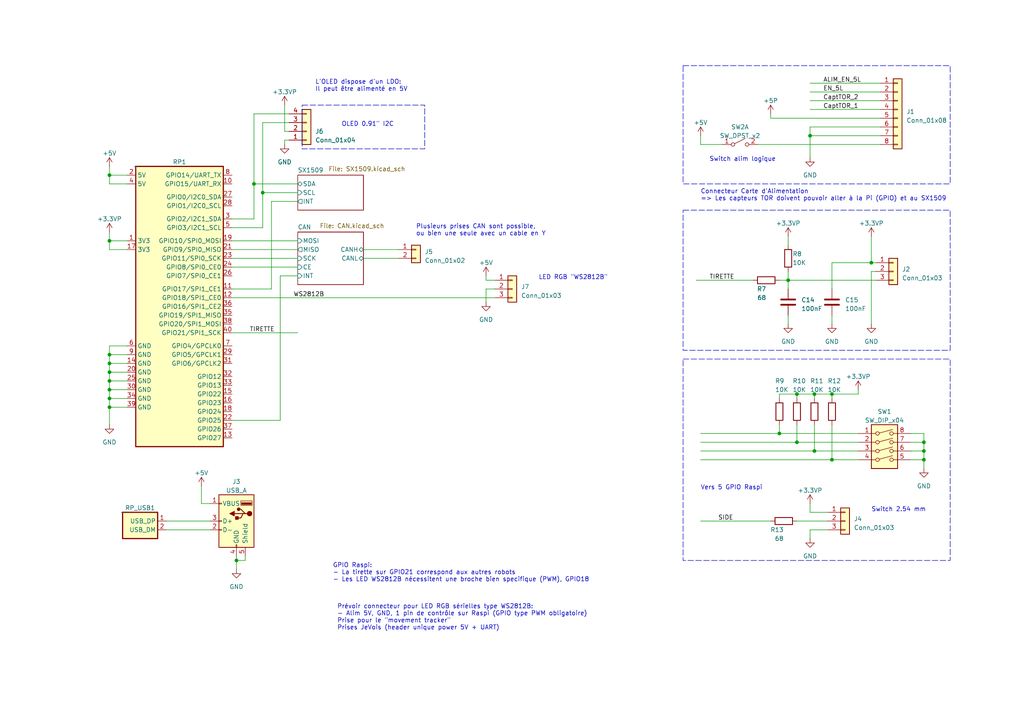
<source format=kicad_sch>
(kicad_sch (version 20230121) (generator eeschema)
  (paper "A4")
  (lib_symbols
    (symbol "Connector:USB_A" (pin_names (offset 1.016))
      (property "Reference" "J" (at -5.08 11.43 0))
      (property "Value" "USB_A" (at -5.08 8.89 0))
      (symbol "USB_A_0_1"
        (rectangle (start -5.08 -7.62) (end 5.08 7.62) (stroke (width 0.254)) (fill (type background)))
        (circle (center -3.81 2.159) (radius 0.635) (stroke (width 0.254)) (fill (type outline)))
        (rectangle (start -1.524 4.826) (end -4.318 5.334) (fill (type outline)))
        (rectangle (start -1.27 4.572) (end -4.572 5.842))
        (circle (center -0.635 3.429) (radius 0.381) (stroke (width 0.254)) (fill (type outline)))
        (rectangle (start -0.127 -7.62) (end 0.127 -6.858))
        (polyline (pts (xy -3.175 2.159) (xy -2.54 2.159) (xy -1.27 3.429) (xy -0.635 3.429)) (stroke (width 0.254)))
        (polyline (pts (xy -2.54 2.159) (xy -1.905 2.159) (xy -1.27 0.889) (xy 0 0.889)) (stroke (width 0.254)))
        (polyline (pts (xy 0.635 2.794) (xy 0.635 1.524) (xy 1.905 2.159) (xy 0.635 2.794)) (stroke (width 0.254)) (fill (type outline)))
        (rectangle (start 0.254 1.27) (end -0.508 0.508) (stroke (width 0.254)) (fill (type outline)))
        (rectangle (start 5.08 -2.667) (end 4.318 -2.413))
        (rectangle (start 5.08 -0.127) (end 4.318 0.127))
        (rectangle (start 5.08 4.953) (end 4.318 5.207))
      )
      (symbol "USB_A_1_1"
        (polyline (pts (xy -1.905 2.159) (xy 0.635 2.159)) (stroke (width 0.254)))
        (pin power_in line (at 7.62 5.08 180) (length 2.54) (name "VBUS") (number "1"))
        (pin bidirectional line (at 7.62 -2.54 180) (length 2.54) (name "D-") (number "2"))
        (pin bidirectional line (at 7.62 0 180) (length 2.54) (name "D+") (number "3"))
        (pin power_in line (at 0 -10.16 90) (length 2.54) (name "GND") (number "4"))
        (pin passive line (at -2.54 -10.16 90) (length 2.54) (name "Shield") (number "5"))
      )
    )
    (symbol "Connector_Generic:Conn_01x02" (pin_names (offset 1.016) hide)
      (property "Reference" "J" (at 0 2.54 0))
      (property "Value" "Conn_01x02" (at 0 -5.08 0))
      (symbol "Conn_01x02_1_1"
        (rectangle (start -1.27 -2.413) (end 0 -2.667) (stroke (width 0.1524)))
        (rectangle (start -1.27 0.127) (end 0 -0.127) (stroke (width 0.1524)))
        (rectangle (start -1.27 1.27) (end 1.27 -3.81) (stroke (width 0.254)) (fill (type background)))
        (pin passive line (at -5.08 0 0) (length 3.81) (name "Pin_1") (number "1"))
        (pin passive line (at -5.08 -2.54 0) (length 3.81) (name "Pin_2") (number "2"))
      )
    )
    (symbol "Connector_Generic:Conn_01x03" (pin_names (offset 1.016) hide)
      (property "Reference" "J" (at 0 5.08 0))
      (property "Value" "Conn_01x03" (at 0 -5.08 0))
      (symbol "Conn_01x03_1_1"
        (rectangle (start -1.27 -2.413) (end 0 -2.667) (stroke (width 0.1524)))
        (rectangle (start -1.27 0.127) (end 0 -0.127) (stroke (width 0.1524)))
        (rectangle (start -1.27 2.667) (end 0 2.413) (stroke (width 0.1524)))
        (rectangle (start -1.27 3.81) (end 1.27 -3.81) (stroke (width 0.254)) (fill (type background)))
        (pin passive line (at -5.08 2.54 0) (length 3.81) (name "Pin_1") (number "1"))
        (pin passive line (at -5.08 0 0) (length 3.81) (name "Pin_2") (number "2"))
        (pin passive line (at -5.08 -2.54 0) (length 3.81) (name "Pin_3") (number "3"))
      )
    )
    (symbol "Connector_Generic:Conn_01x04" (pin_names (offset 1.016) hide)
      (property "Reference" "J" (at 0 5.08 0))
      (property "Value" "Conn_01x04" (at 0 -7.62 0))
      (symbol "Conn_01x04_1_1"
        (rectangle (start -1.27 -4.953) (end 0 -5.207) (stroke (width 0.1524)))
        (rectangle (start -1.27 -2.413) (end 0 -2.667) (stroke (width 0.1524)))
        (rectangle (start -1.27 0.127) (end 0 -0.127) (stroke (width 0.1524)))
        (rectangle (start -1.27 2.667) (end 0 2.413) (stroke (width 0.1524)))
        (rectangle (start -1.27 3.81) (end 1.27 -6.35) (stroke (width 0.254)) (fill (type background)))
        (pin passive line (at -5.08 2.54 0) (length 3.81) (name "Pin_1") (number "1"))
        (pin passive line (at -5.08 0 0) (length 3.81) (name "Pin_2") (number "2"))
        (pin passive line (at -5.08 -2.54 0) (length 3.81) (name "Pin_3") (number "3"))
        (pin passive line (at -5.08 -5.08 0) (length 3.81) (name "Pin_4") (number "4"))
      )
    )
    (symbol "Connector_Generic:Conn_01x08" (pin_names (offset 1.016) hide)
      (property "Reference" "J" (at 0 10.16 0))
      (property "Value" "Conn_01x08" (at 0 -12.7 0))
      (symbol "Conn_01x08_1_1"
        (rectangle (start -1.27 -10.033) (end 0 -10.287) (stroke (width 0.1524)))
        (rectangle (start -1.27 -7.493) (end 0 -7.747) (stroke (width 0.1524)))
        (rectangle (start -1.27 -4.953) (end 0 -5.207) (stroke (width 0.1524)))
        (rectangle (start -1.27 -2.413) (end 0 -2.667) (stroke (width 0.1524)))
        (rectangle (start -1.27 0.127) (end 0 -0.127) (stroke (width 0.1524)))
        (rectangle (start -1.27 2.667) (end 0 2.413) (stroke (width 0.1524)))
        (rectangle (start -1.27 5.207) (end 0 4.953) (stroke (width 0.1524)))
        (rectangle (start -1.27 7.747) (end 0 7.493) (stroke (width 0.1524)))
        (rectangle (start -1.27 8.89) (end 1.27 -11.43) (stroke (width 0.254)) (fill (type background)))
        (pin passive line (at -5.08 7.62 0) (length 3.81) (name "Pin_1") (number "1"))
        (pin passive line (at -5.08 5.08 0) (length 3.81) (name "Pin_2") (number "2"))
        (pin passive line (at -5.08 2.54 0) (length 3.81) (name "Pin_3") (number "3"))
        (pin passive line (at -5.08 0 0) (length 3.81) (name "Pin_4") (number "4"))
        (pin passive line (at -5.08 -2.54 0) (length 3.81) (name "Pin_5") (number "5"))
        (pin passive line (at -5.08 -5.08 0) (length 3.81) (name "Pin_6") (number "6"))
        (pin passive line (at -5.08 -7.62 0) (length 3.81) (name "Pin_7") (number "7"))
        (pin passive line (at -5.08 -10.16 0) (length 3.81) (name "Pin_8") (number "8"))
      )
    )
    (symbol "Device:C" (pin_numbers hide) (pin_names (offset 0.254))
      (property "Reference" "C" (at 0.635 2.54 0))
      (property "Value" "C" (at 0.635 -2.54 0))
      (symbol "C_0_1"
        (polyline (pts (xy -2.032 -0.762) (xy 2.032 -0.762)) (stroke (width 0.508)))
        (polyline (pts (xy -2.032 0.762) (xy 2.032 0.762)) (stroke (width 0.508)))
      )
      (symbol "C_1_1"
        (pin passive line (at 0 3.81 270) (length 2.794) (name "~") (number "1"))
        (pin passive line (at 0 -3.81 90) (length 2.794) (name "~") (number "2"))
      )
    )
    (symbol "Device:R" (pin_numbers hide) (pin_names (offset 0))
      (property "Reference" "R" (at 2.032 0 90))
      (property "Value" "R" (at 0 0 90))
      (symbol "R_0_1"
        (rectangle (start -1.016 -2.54) (end 1.016 2.54) (stroke (width 0.254)))
      )
      (symbol "R_1_1"
        (pin passive line (at 0 3.81 270) (length 1.27) (name "~") (number "1"))
        (pin passive line (at 0 -3.81 90) (length 1.27) (name "~") (number "2"))
      )
    )
    (symbol "Nefastor:Raspberry_Pi_GPIO"
      (property "Reference" "RP" (at 1.27 1.27 0))
      (symbol "Raspberry_Pi_GPIO_1_1"
        (rectangle (start 0 0) (end 25.4 -81.28) (stroke (width 0.35)) (fill (type background)))
        (pin power_in line (at -2.54 -21.59 0) (length 2.54) (name "3V3") (number "1"))
        (pin unspecified line (at 27.94 -5.08 180) (length 2.54) (name "GPIO15/UART_RX") (number "10"))
        (pin unspecified line (at 27.94 -35.56 180) (length 2.54) (name "GPIO17/SPI1_CE1") (number "11"))
        (pin unspecified line (at 27.94 -38.1 180) (length 2.54) (name "GPIO18/SPI1_CE0") (number "12"))
        (pin unspecified line (at 27.94 -78.74 180) (length 2.54) (name "GPIO27") (number "13"))
        (pin power_in line (at -2.54 -57.15 0) (length 2.54) (name "GND") (number "14"))
        (pin unspecified line (at 27.94 -66.04 180) (length 2.54) (name "GPIO22") (number "15"))
        (pin unspecified line (at 27.94 -68.58 180) (length 2.54) (name "GPIO23") (number "16"))
        (pin power_in line (at -2.54 -24.13 0) (length 2.54) (name "3V3") (number "17"))
        (pin unspecified line (at 27.94 -71.12 180) (length 2.54) (name "GPIO24") (number "18"))
        (pin unspecified line (at 27.94 -21.59 180) (length 2.54) (name "GPIO10/SPI0_MOSI") (number "19"))
        (pin power_in line (at -2.54 -2.54 0) (length 2.54) (name "5V") (number "2"))
        (pin power_in line (at -2.54 -59.69 0) (length 2.54) (name "GND") (number "20"))
        (pin unspecified line (at 27.94 -24.13 180) (length 2.54) (name "GPIO9/SPI0_MISO") (number "21"))
        (pin unspecified line (at 27.94 -73.66 180) (length 2.54) (name "GPIO25") (number "22"))
        (pin unspecified line (at 27.94 -26.67 180) (length 2.54) (name "GPIO11/SPI0_SCK") (number "23"))
        (pin unspecified line (at 27.94 -29.21 180) (length 2.54) (name "GPIO8/SPI0_CE0") (number "24"))
        (pin power_in line (at -2.54 -62.23 0) (length 2.54) (name "GND") (number "25"))
        (pin unspecified line (at 27.94 -31.75 180) (length 2.54) (name "GPIO7/SPI0_CE1") (number "26"))
        (pin unspecified line (at 27.94 -8.89 180) (length 2.54) (name "GPIO0/I2C0_SDA") (number "27"))
        (pin unspecified line (at 27.94 -11.43 180) (length 2.54) (name "GPIO1/I2C0_SCL") (number "28"))
        (pin unspecified line (at 27.94 -54.61 180) (length 2.54) (name "GPIO5/GPCLK1") (number "29"))
        (pin unspecified line (at 27.94 -15.24 180) (length 2.54) (name "GPIO2/I2C1_SDA") (number "3"))
        (pin power_in line (at -2.54 -64.77 0) (length 2.54) (name "GND") (number "30"))
        (pin unspecified line (at 27.94 -57.15 180) (length 2.54) (name "GPIO6/GPCLK2") (number "31"))
        (pin unspecified line (at 27.94 -60.96 180) (length 2.54) (name "GPIO12") (number "32"))
        (pin unspecified line (at 27.94 -63.5 180) (length 2.54) (name "GPIO13") (number "33"))
        (pin power_in line (at -2.54 -67.31 0) (length 2.54) (name "GND") (number "34"))
        (pin unspecified line (at 27.94 -43.18 180) (length 2.54) (name "GPIO19/SPI1_MISO") (number "35"))
        (pin unspecified line (at 27.94 -40.64 180) (length 2.54) (name "GPIO16/SPI1_CE2") (number "36"))
        (pin unspecified line (at 27.94 -76.2 180) (length 2.54) (name "GPIO26") (number "37"))
        (pin unspecified line (at 27.94 -45.72 180) (length 2.54) (name "GPIO20/SPI1_MOSI") (number "38"))
        (pin power_in line (at -2.54 -69.85 0) (length 2.54) (name "GND") (number "39"))
        (pin power_in line (at -2.54 -5.08 0) (length 2.54) (name "5V") (number "4"))
        (pin unspecified line (at 27.94 -48.26 180) (length 2.54) (name "GPIO21/SPI1_SCK") (number "40"))
        (pin unspecified line (at 27.94 -17.78 180) (length 2.54) (name "GPIO3/I2C1_SCL") (number "5"))
        (pin power_in line (at -2.54 -52.07 0) (length 2.54) (name "GND") (number "6"))
        (pin unspecified line (at 27.94 -52.07 180) (length 2.54) (name "GPIO4/GPCLK0") (number "7"))
        (pin unspecified line (at 27.94 -2.54 180) (length 2.54) (name "GPIO14/UART_TX") (number "8"))
        (pin power_in line (at -2.54 -54.61 0) (length 2.54) (name "GND") (number "9"))
      )
    )
    (symbol "Nefastor:Raspberry_Pi_Zero_USB_Pads"
      (property "Reference" "RP_USB" (at 3.81 1.27 0))
      (symbol "Raspberry_Pi_Zero_USB_Pads_1_1"
        (rectangle (start 0 0) (end 10.16 -7.62) (stroke (width 0.35)) (fill (type background)))
        (pin bidirectional line (at 12.7 -2.54 180) (length 2.54) (name "USB_DP") (number "1"))
        (pin bidirectional line (at 12.7 -5.08 180) (length 2.54) (name "USB_DM") (number "2"))
      )
    )
    (symbol "Switch:SW_DIP_x04" (pin_names (offset 0) hide)
      (property "Reference" "SW" (at 0 8.89 0))
      (property "Value" "SW_DIP_x04" (at 0 -6.35 0))
      (symbol "SW_DIP_x04_0_0"
        (circle (center -2.032 -2.54) (radius 0.508))
        (circle (center -2.032 0) (radius 0.508))
        (circle (center -2.032 2.54) (radius 0.508))
        (circle (center -2.032 5.08) (radius 0.508))
        (polyline (pts (xy -1.524 -2.3876) (xy 2.3622 -1.3462)))
        (polyline (pts (xy -1.524 0.127) (xy 2.3622 1.1684)))
        (polyline (pts (xy -1.524 2.667) (xy 2.3622 3.7084)))
        (polyline (pts (xy -1.524 5.207) (xy 2.3622 6.2484)))
        (circle (center 2.032 -2.54) (radius 0.508))
        (circle (center 2.032 0) (radius 0.508))
        (circle (center 2.032 2.54) (radius 0.508))
        (circle (center 2.032 5.08) (radius 0.508))
      )
      (symbol "SW_DIP_x04_0_1"
        (rectangle (start -3.81 7.62) (end 3.81 -5.08) (stroke (width 0.254)) (fill (type background)))
      )
      (symbol "SW_DIP_x04_1_1"
        (pin passive line (at -7.62 5.08 0) (length 5.08) (name "~") (number "1"))
        (pin passive line (at -7.62 2.54 0) (length 5.08) (name "~") (number "2"))
        (pin passive line (at -7.62 0 0) (length 5.08) (name "~") (number "3"))
        (pin passive line (at -7.62 -2.54 0) (length 5.08) (name "~") (number "4"))
        (pin passive line (at 7.62 -2.54 180) (length 5.08) (name "~") (number "5"))
        (pin passive line (at 7.62 0 180) (length 5.08) (name "~") (number "6"))
        (pin passive line (at 7.62 2.54 180) (length 5.08) (name "~") (number "7"))
        (pin passive line (at 7.62 5.08 180) (length 5.08) (name "~") (number "8"))
      )
    )
    (symbol "Switch:SW_DPST_x2" (pin_names (offset 0) hide)
      (property "Reference" "SW" (at 0 3.175 0))
      (property "Value" "SW_DPST_x2" (at 0 -2.54 0))
      (symbol "SW_DPST_x2_0_0"
        (circle (center -2.032 0) (radius 0.508))
        (polyline (pts (xy -1.524 0.254) (xy 1.524 1.778)))
        (circle (center 2.032 0) (radius 0.508))
      )
      (symbol "SW_DPST_x2_1_1"
        (pin passive line (at -5.08 0 0) (length 2.54) (name "A") (number "1"))
        (pin passive line (at 5.08 0 180) (length 2.54) (name "B") (number "2"))
      )
      (symbol "SW_DPST_x2_2_1"
        (pin passive line (at -5.08 0 0) (length 2.54) (name "A") (number "3"))
        (pin passive line (at 5.08 0 180) (length 2.54) (name "B") (number "4"))
      )
    )
    (symbol "power:+3.3VP" (power) (pin_names (offset 0))
      (property "Value" "+3.3VP" (at 0 2.54 0))
      (symbol "+3.3VP_0_0"
        (pin power_in line (at 0 0 90) (length 0) hide (name "+3.3VP") (number "1"))
      )
      (symbol "+3.3VP_0_1"
        (polyline (pts (xy -0.762 1.27) (xy 0 2.54)))
        (polyline (pts (xy 0 0) (xy 0 2.54)))
        (polyline (pts (xy 0 2.54) (xy 0.762 1.27)))
      )
    )
    (symbol "power:+5P" (power) (pin_names (offset 0))
      (property "Value" "+5P" (at 0 3.556 0))
      (symbol "+5P_0_1"
        (polyline (pts (xy -0.762 1.27) (xy 0 2.54)))
        (polyline (pts (xy 0 0) (xy 0 2.54)))
        (polyline (pts (xy 0 2.54) (xy 0.762 1.27)))
      )
      (symbol "+5P_1_1"
        (pin power_in line (at 0 0 90) (length 0) hide (name "+5P") (number "1"))
      )
    )
    (symbol "power:+5V" (power) (pin_names (offset 0))
      (property "Value" "+5V" (at 0 3.556 0))
      (symbol "+5V_0_1"
        (polyline (pts (xy -0.762 1.27) (xy 0 2.54)))
        (polyline (pts (xy 0 0) (xy 0 2.54)))
        (polyline (pts (xy 0 2.54) (xy 0.762 1.27)))
      )
      (symbol "+5V_1_1"
        (pin power_in line (at 0 0 90) (length 0) hide (name "+5V") (number "1"))
      )
    )
    (symbol "power:GND" (power) (pin_names (offset 0))
      (property "Value" "GND" (at 0 -3.81 0))
      (symbol "GND_0_1"
        (polyline (pts (xy 0 0) (xy 0 -1.27) (xy 1.27 -1.27) (xy 0 -2.54) (xy -1.27 -1.27) (xy 0 -1.27)))
      )
      (symbol "GND_1_1"
        (pin power_in line (at 0 0 270) (length 0) hide (name "GND") (number "1"))
      )
    )
  )
  (junction (at 31.75 110.49))
  (junction (at 31.75 107.95))
  (junction (at 31.75 115.57))
  (junction (at 68.58 162.56))
  (junction (at 73.66 53.34))
  (junction (at 236.22 114.3))
  (junction (at 76.2 55.88))
  (junction (at 31.75 50.8))
  (junction (at 31.75 105.41))
  (junction (at 226.06 125.73))
  (junction (at 31.75 113.03))
  (junction (at 252.73 76.2))
  (junction (at 231.14 128.27))
  (junction (at 31.75 69.85))
  (junction (at 267.97 133.35))
  (junction (at 267.97 130.81))
  (junction (at 241.3 114.3))
  (junction (at 267.97 128.27))
  (junction (at 31.75 102.87))
  (junction (at 31.75 118.11))
  (junction (at 228.6 81.28))
  (junction (at 231.14 114.3))
  (junction (at 241.3 133.35))
  (junction (at 234.95 39.37))
  (junction (at 236.22 130.81))
  (wire (pts (xy 234.95 36.83) (xy 234.95 39.37)))
  (wire (pts (xy 231.14 151.13) (xy 240.03 151.13)))
  (wire (pts (xy 226.06 114.3) (xy 231.14 114.3)))
  (wire (pts (xy 73.66 33.02) (xy 73.66 53.34)))
  (wire (pts (xy 71.12 161.29) (xy 71.12 162.56)))
  (wire (pts (xy 31.75 113.03) (xy 36.83 113.03)))
  (wire (pts (xy 234.95 24.13) (xy 255.27 24.13)))
  (wire (pts (xy 264.16 125.73) (xy 267.97 125.73)))
  (wire (pts (xy 105.41 74.93) (xy 115.57 74.93)))
  (wire (pts (xy 255.27 39.37) (xy 234.95 39.37)))
  (wire (pts (xy 31.75 69.85) (xy 36.83 69.85)))
  (wire (pts (xy 82.55 40.64) (xy 82.55 41.91)))
  (wire (pts (xy 76.2 55.88) (xy 86.36 55.88)))
  (wire (pts (xy 67.31 121.92) (xy 81.28 121.92)))
  (wire (pts (xy 31.75 107.95) (xy 36.83 107.95)))
  (wire (pts (xy 143.51 83.82) (xy 140.97 83.82)))
  (wire (pts (xy 203.2 130.81) (xy 236.22 130.81)))
  (wire (pts (xy 67.31 63.5) (xy 73.66 63.5)))
  (wire (pts (xy 36.83 100.33) (xy 31.75 100.33)))
  (wire (pts (xy 264.16 130.81) (xy 267.97 130.81)))
  (wire (pts (xy 267.97 128.27) (xy 267.97 130.81)))
  (wire (pts (xy 254 76.2) (xy 252.73 76.2)))
  (wire (pts (xy 236.22 123.19) (xy 236.22 130.81)))
  (wire (pts (xy 31.75 113.03) (xy 31.75 115.57)))
  (wire (pts (xy 231.14 123.19) (xy 231.14 128.27)))
  (wire (pts (xy 67.31 72.39) (xy 86.36 72.39)))
  (wire (pts (xy 241.3 123.19) (xy 241.3 133.35)))
  (wire (pts (xy 31.75 110.49) (xy 36.83 110.49)))
  (wire (pts (xy 226.06 125.73) (xy 248.92 125.73)))
  (wire (pts (xy 36.83 53.34) (xy 31.75 53.34)))
  (wire (pts (xy 203.2 133.35) (xy 241.3 133.35)))
  (wire (pts (xy 209.55 41.91) (xy 203.2 41.91)))
  (wire (pts (xy 234.95 39.37) (xy 234.95 45.72)))
  (wire (pts (xy 248.92 114.3) (xy 241.3 114.3)))
  (wire (pts (xy 234.95 29.21) (xy 255.27 29.21)))
  (wire (pts (xy 67.31 69.85) (xy 86.36 69.85)))
  (wire (pts (xy 228.6 91.44) (xy 228.6 93.98)))
  (wire (pts (xy 228.6 81.28) (xy 254 81.28)))
  (wire (pts (xy 78.74 58.42) (xy 78.74 83.82)))
  (wire (pts (xy 31.75 50.8) (xy 31.75 48.26)))
  (wire (pts (xy 236.22 114.3) (xy 241.3 114.3)))
  (wire (pts (xy 234.95 148.59) (xy 234.95 146.05)))
  (wire (pts (xy 67.31 96.52) (xy 86.36 96.52)))
  (wire (pts (xy 203.2 125.73) (xy 226.06 125.73)))
  (wire (pts (xy 83.82 40.64) (xy 82.55 40.64)))
  (wire (pts (xy 241.3 83.82) (xy 241.3 76.2)))
  (wire (pts (xy 267.97 133.35) (xy 267.97 135.89)))
  (wire (pts (xy 203.2 41.91) (xy 203.2 39.37)))
  (wire (pts (xy 267.97 130.81) (xy 267.97 133.35)))
  (wire (pts (xy 31.75 50.8) (xy 36.83 50.8)))
  (wire (pts (xy 78.74 83.82) (xy 67.31 83.82)))
  (wire (pts (xy 48.26 153.67) (xy 60.96 153.67)))
  (wire (pts (xy 31.75 107.95) (xy 31.75 110.49)))
  (wire (pts (xy 231.14 114.3) (xy 231.14 115.57)))
  (wire (pts (xy 68.58 161.29) (xy 68.58 162.56)))
  (wire (pts (xy 31.75 69.85) (xy 31.75 67.31)))
  (wire (pts (xy 60.96 146.05) (xy 58.42 146.05)))
  (wire (pts (xy 31.75 105.41) (xy 36.83 105.41)))
  (wire (pts (xy 248.92 113.03) (xy 248.92 114.3)))
  (wire (pts (xy 67.31 86.36) (xy 143.51 86.36)))
  (wire (pts (xy 236.22 114.3) (xy 236.22 115.57)))
  (wire (pts (xy 67.31 66.04) (xy 76.2 66.04)))
  (wire (pts (xy 234.95 153.67) (xy 240.03 153.67)))
  (wire (pts (xy 36.83 72.39) (xy 31.75 72.39)))
  (wire (pts (xy 241.3 91.44) (xy 241.3 93.98)))
  (wire (pts (xy 31.75 102.87) (xy 36.83 102.87)))
  (wire (pts (xy 143.51 81.28) (xy 140.97 81.28)))
  (wire (pts (xy 58.42 140.97) (xy 58.42 146.05)))
  (wire (pts (xy 31.75 102.87) (xy 31.75 105.41)))
  (wire (pts (xy 31.75 105.41) (xy 31.75 107.95)))
  (wire (pts (xy 81.28 80.01) (xy 81.28 121.92)))
  (wire (pts (xy 254 78.74) (xy 252.73 78.74)))
  (wire (pts (xy 226.06 123.19) (xy 226.06 125.73)))
  (wire (pts (xy 267.97 125.73) (xy 267.97 128.27)))
  (wire (pts (xy 228.6 81.28) (xy 228.6 78.74)))
  (wire (pts (xy 228.6 68.58) (xy 228.6 71.12)))
  (wire (pts (xy 31.75 110.49) (xy 31.75 113.03)))
  (wire (pts (xy 83.82 38.1) (xy 82.55 38.1)))
  (wire (pts (xy 234.95 156.21) (xy 234.95 153.67)))
  (wire (pts (xy 203.2 128.27) (xy 231.14 128.27)))
  (wire (pts (xy 241.3 133.35) (xy 248.92 133.35)))
  (wire (pts (xy 76.2 35.56) (xy 76.2 55.88)))
  (wire (pts (xy 231.14 128.27) (xy 248.92 128.27)))
  (wire (pts (xy 264.16 128.27) (xy 267.97 128.27)))
  (wire (pts (xy 226.06 115.57) (xy 226.06 114.3)))
  (wire (pts (xy 236.22 130.81) (xy 248.92 130.81)))
  (wire (pts (xy 201.93 81.28) (xy 218.44 81.28)))
  (wire (pts (xy 73.66 53.34) (xy 73.66 63.5)))
  (wire (pts (xy 83.82 35.56) (xy 76.2 35.56)))
  (wire (pts (xy 231.14 114.3) (xy 236.22 114.3)))
  (wire (pts (xy 31.75 53.34) (xy 31.75 50.8)))
  (wire (pts (xy 255.27 36.83) (xy 234.95 36.83)))
  (wire (pts (xy 234.95 26.67) (xy 255.27 26.67)))
  (wire (pts (xy 31.75 72.39) (xy 31.75 69.85)))
  (wire (pts (xy 73.66 53.34) (xy 86.36 53.34)))
  (wire (pts (xy 140.97 83.82) (xy 140.97 87.63)))
  (wire (pts (xy 48.26 151.13) (xy 60.96 151.13)))
  (wire (pts (xy 140.97 81.28) (xy 140.97 80.01)))
  (wire (pts (xy 234.95 31.75) (xy 255.27 31.75)))
  (wire (pts (xy 252.73 76.2) (xy 252.73 68.58)))
  (wire (pts (xy 228.6 81.28) (xy 228.6 83.82)))
  (wire (pts (xy 82.55 30.48) (xy 82.55 38.1)))
  (wire (pts (xy 241.3 114.3) (xy 241.3 115.57)))
  (wire (pts (xy 226.06 81.28) (xy 228.6 81.28)))
  (wire (pts (xy 76.2 55.88) (xy 76.2 66.04)))
  (wire (pts (xy 31.75 115.57) (xy 31.75 118.11)))
  (wire (pts (xy 86.36 80.01) (xy 81.28 80.01)))
  (wire (pts (xy 240.03 148.59) (xy 234.95 148.59)))
  (wire (pts (xy 203.2 151.13) (xy 223.52 151.13)))
  (wire (pts (xy 255.27 34.29) (xy 223.52 34.29)))
  (wire (pts (xy 86.36 58.42) (xy 78.74 58.42)))
  (wire (pts (xy 31.75 100.33) (xy 31.75 102.87)))
  (wire (pts (xy 31.75 118.11) (xy 36.83 118.11)))
  (wire (pts (xy 105.41 72.39) (xy 115.57 72.39)))
  (wire (pts (xy 31.75 115.57) (xy 36.83 115.57)))
  (wire (pts (xy 68.58 162.56) (xy 68.58 165.1)))
  (wire (pts (xy 267.97 133.35) (xy 264.16 133.35)))
  (wire (pts (xy 83.82 33.02) (xy 73.66 33.02)))
  (wire (pts (xy 223.52 34.29) (xy 223.52 33.02)))
  (wire (pts (xy 67.31 77.47) (xy 86.36 77.47)))
  (wire (pts (xy 31.75 118.11) (xy 31.75 123.19)))
  (wire (pts (xy 71.12 162.56) (xy 68.58 162.56)))
  (wire (pts (xy 241.3 76.2) (xy 252.73 76.2)))
  (wire (pts (xy 67.31 74.93) (xy 86.36 74.93)))
  (wire (pts (xy 255.27 41.91) (xy 219.71 41.91)))
  (wire (pts (xy 252.73 78.74) (xy 252.73 93.98)))
  (rectangle (start 87.63 30.48) (end 123.19 43.18) (stroke (width 0) (type dash)))
  (rectangle (start 198.12 104.14) (end 275.59 162.56) (stroke (width 0) (type dash)))
  (rectangle (start 198.12 60.96) (end 275.59 101.6) (stroke (width 0) (type dash)))
  (rectangle (start 198.12 19.05) (end 275.59 53.34) (stroke (width 0) (type dash)))
  (text "LED RGB \"WS2812B\"" (at 156.21 81.28 0) (effects (font (size 1.27 1.27)) (justify left bottom)))
  (text "Switch alim logique" (at 205.74 46.99 0) (effects (font (size 1.27 1.27)) (justify left bottom)))
  (text "Prévoir connecteur pour LED RGB sérielles type WS2812B:\n- Alim 5V, GND, 1 pin de contrôle sur Raspi (GPIO type PWM obligatoire)\nPrise pour le \"movement tracker\"\nPrises JeVois (header unique power 5V + UART)" (at 97.79 182.88 0) (effects (font (size 1.27 1.27)) (justify left bottom)))
  (text "GPIO Raspi:\n- La tirette sur GPIO21 correspond aux autres robots\n- Les LED WS2812B nécessitent une broche bien specifique (PWM), GPIO18" (at 96.52 168.91 0) (effects (font (size 1.27 1.27)) (justify left bottom)))
  (text "Switch 2.54 mm" (at 252.73 148.59 0) (effects (font (size 1.27 1.27)) (justify left bottom)))
  (text "OLED 0.91\" I2C" (at 99.06 36.83 0) (effects (font (size 1.27 1.27)) (justify left bottom)))
  (text "Vers 5 GPIO Raspi" (at 203.2 142.24 0) (effects (font (size 1.27 1.27)) (justify left bottom)))
  (text "L'OLED dispose d'un LDO:\nIl peut être alimenté en 5V" (at 91.44 26.67 0) (effects (font (size 1.27 1.27)) (justify left bottom)))
  (text "Connecteur Carte d'Alimentation\n=> Les capteurs TOR doivent pouvoir aller à la Pi (GPIO) et au SX1509" (at 203.2 58.42 0) (effects (font (size 1.27 1.27)) (justify left bottom)))
  (text "Plusieurs prises CAN sont possible,\nou bien une seule avec un cable en Y" (at 120.65 68.58 0) (effects (font (size 1.27 1.27)) (justify left bottom)))
  (label "CaptTOR_2" (at 238.76 29.21 0))
  (label "TIRETTE" (at 205.74 81.28 0))
  (label "EN_5L" (at 238.76 26.67 0))
  (label "SIDE" (at 208.28 151.13 0))
  (label "TIRETTE" (at 72.39 96.52 0))
  (label "ALIM_EN_5L" (at 238.76 24.13 0))
  (label "WS2812B" (at 85.09 86.36 0))
  (label "CaptTOR_1" (at 238.76 31.75 0))
  (symbol (lib_id "Device:C") (at 241.3 87.63 0) (unit 1)
    (property "Reference" "C15" (at 245.11 86.995 0) (effects (justify left)))
    (property "Value" "100nF" (at 245.11 89.535 0) (effects (justify left)))
    (property "Footprint" "Capacitor_SMD:C_0603_1608Metric_Pad1.08x0.95mm_HandSolder" (effects hide))
  )
  (symbol (lib_id "Device:R") (at 226.06 119.38 180) (unit 1)
    (property "Reference" "R9" (at 224.79 110.49 0) (effects (justify right)))
    (property "Value" "10K" (at 224.79 113.03 0) (effects (justify right)))
    (property "Footprint" "Resistor_SMD:R_0603_1608Metric_Pad0.98x0.95mm_HandSolder" (effects hide))
  )
  (symbol (lib_id "Device:R") (at 222.25 81.28 270) (unit 1)
    (property "Reference" "R7" (at 222.25 83.82 90) (effects (justify right)))
    (property "Value" "68" (at 222.25 86.36 90) (effects (justify right)))
    (property "Footprint" "Resistor_SMD:R_0603_1608Metric_Pad0.98x0.95mm_HandSolder" (effects hide))
  )
  (symbol (lib_id "Device:R") (at 236.22 119.38 180) (unit 1)
    (property "Reference" "R11" (at 234.95 110.49 0) (effects (justify right)))
    (property "Value" "10K" (at 234.95 113.03 0) (effects (justify right)))
    (property "Footprint" "Resistor_SMD:R_0603_1608Metric_Pad0.98x0.95mm_HandSolder" (effects hide))
  )
  (symbol (lib_id "Switch:SW_DPST_x2") (at 214.63 41.91 0) (unit 1)
    (property "Reference" "SW2" (at 214.63 36.83 0))
    (property "Value" "SW_DPST_x2" (at 214.63 39.37 0))
  )
  (symbol (lib_id "Connector_Generic:Conn_01x03") (at 148.59 83.82 0) (unit 1)
    (property "Reference" "J7" (at 151.13 83.185 0) (effects (justify left)))
    (property "Value" "Conn_01x03" (at 151.13 85.725 0) (effects (justify left)))
    (property "Footprint" "Connector_PinHeader_2.54mm:PinHeader_1x03_P2.54mm_Vertical" (effects hide))
  )
  (symbol (lib_id "Connector_Generic:Conn_01x02") (at 120.65 72.39 0) (unit 1)
    (property "Reference" "J5" (at 123.19 73.025 0) (effects (justify left)))
    (property "Value" "Conn_01x02" (at 123.19 75.565 0) (effects (justify left)))
    (property "Footprint" "Connector_PinSocket_2.54mm:PinSocket_1x02_P2.54mm_Vertical" (effects hide))
  )
  (symbol (lib_id "power:+5P") (at 223.52 33.02 0) (unit 1)
    (property "Reference" "#PWR022" (effects hide))
    (property "Value" "+5P" (at 223.52 29.21 0))
  )
  (symbol (lib_id "Switch:SW_DIP_x04") (at 256.54 130.81 0) (unit 1)
    (property "Reference" "SW1" (at 256.54 119.38 0))
    (property "Value" "SW_DIP_x04" (at 256.54 121.92 0))
    (property "Footprint" "Package_DIP:DIP-8_W7.62mm_LongPads" (effects hide))
  )
  (symbol (lib_id "power:GND") (at 234.95 45.72 0) (unit 1)
    (property "Reference" "#PWR020" (effects hide))
    (property "Value" "GND" (at 234.95 50.8 0))
  )
  (symbol (lib_id "power:+5V") (at 31.75 48.26 0) (unit 1)
    (property "Reference" "#PWR01" (effects hide))
    (property "Value" "+5V" (at 31.75 44.45 0))
  )
  (symbol (lib_id "power:GND") (at 241.3 93.98 0) (unit 1)
    (property "Reference" "#PWR029" (effects hide))
    (property "Value" "GND" (at 241.3 99.06 0))
  )
  (symbol (lib_id "power:GND") (at 82.55 41.91 0) (unit 1)
    (property "Reference" "#PWR04" (effects hide))
    (property "Value" "GND" (at 82.55 46.99 0))
  )
  (symbol (lib_id "power:+3.3VP") (at 228.6 68.58 0) (unit 1)
    (property "Reference" "#PWR025" (effects hide))
    (property "Value" "+3.3VP" (at 228.6 64.77 0))
  )
  (symbol (lib_id "Connector_Generic:Conn_01x08") (at 260.35 31.75 0) (unit 1)
    (property "Reference" "J1" (at 262.89 32.385 0) (effects (justify left)))
    (property "Value" "Conn_01x08" (at 262.89 34.925 0) (effects (justify left)))
    (property "Footprint" "Connector_PinHeader_2.54mm:PinHeader_1x08_P2.54mm_Horizontal" (effects hide))
  )
  (symbol (lib_id "power:+3.3VP") (at 82.55 30.48 0) (unit 1)
    (property "Reference" "#PWR05" (effects hide))
    (property "Value" "+3.3VP" (at 82.55 26.67 0))
  )
  (symbol (lib_id "power:GND") (at 140.97 87.63 0) (unit 1)
    (property "Reference" "#PWR023" (effects hide))
    (property "Value" "GND" (at 140.97 92.71 0))
  )
  (symbol (lib_id "Connector:USB_A") (at 68.58 151.13 0) (mirror y) (unit 1)
    (property "Reference" "J3" (at 68.58 139.7 0))
    (property "Value" "USB_A" (at 68.58 142.24 0))
    (property "Footprint" "Connector_USB:USB_A_CONNFLY_DS1095-WNR0" (effects hide))
    (property "Datasheet" " ~" (effects hide))
  )
  (symbol (lib_id "power:GND") (at 68.58 165.1 0) (unit 1)
    (property "Reference" "#PWR033" (effects hide))
    (property "Value" "GND" (at 68.58 170.18 0))
  )
  (symbol (lib_id "power:GND") (at 267.97 135.89 0) (unit 1)
    (property "Reference" "#PWR031" (effects hide))
    (property "Value" "GND" (at 267.97 140.97 0))
  )
  (symbol (lib_id "power:GND") (at 252.73 93.98 0) (unit 1)
    (property "Reference" "#PWR027" (effects hide))
    (property "Value" "GND" (at 252.73 99.06 0))
  )
  (symbol (lib_id "power:+3.3VP") (at 31.75 67.31 0) (unit 1)
    (property "Reference" "#PWR07" (effects hide))
    (property "Value" "+3.3VP" (at 31.75 63.5 0))
  )
  (symbol (lib_id "power:+5V") (at 140.97 80.01 0) (unit 1)
    (property "Reference" "#PWR024" (effects hide))
    (property "Value" "+5V" (at 140.97 76.2 0))
  )
  (symbol (lib_id "power:GND") (at 228.6 93.98 0) (unit 1)
    (property "Reference" "#PWR026" (effects hide))
    (property "Value" "GND" (at 228.6 99.06 0))
  )
  (symbol (lib_id "power:+5V") (at 58.42 140.97 0) (unit 1)
    (property "Reference" "#PWR032" (effects hide))
    (property "Value" "+5V" (at 58.42 137.16 0))
  )
  (symbol (lib_id "power:+3.3VP") (at 234.95 146.05 0) (unit 1)
    (property "Reference" "#PWR035" (effects hide))
    (property "Value" "+3.3VP" (at 234.95 142.24 0))
  )
  (symbol (lib_id "Device:R") (at 228.6 74.93 180) (unit 1)
    (property "Reference" "R8" (at 229.87 73.66 0) (effects (justify right)))
    (property "Value" "10K" (at 229.87 76.2 0) (effects (justify right)))
    (property "Footprint" "Resistor_SMD:R_0603_1608Metric_Pad0.98x0.95mm_HandSolder" (effects hide))
  )
  (symbol (lib_id "Device:R") (at 227.33 151.13 270) (unit 1)
    (property "Reference" "R13" (at 227.33 153.67 90) (effects (justify right)))
    (property "Value" "68" (at 227.33 156.21 90) (effects (justify right)))
    (property "Footprint" "Resistor_SMD:R_0603_1608Metric_Pad0.98x0.95mm_HandSolder" (effects hide))
  )
  (symbol (lib_id "power:+5V") (at 203.2 39.37 0) (unit 1)
    (property "Reference" "#PWR021" (effects hide))
    (property "Value" "+5V" (at 203.2 35.56 0))
  )
  (symbol (lib_id "power:+3.3VP") (at 248.92 113.03 0) (unit 1)
    (property "Reference" "#PWR030" (effects hide))
    (property "Value" "+3.3VP" (at 248.92 109.22 0))
  )
  (symbol (lib_id "Device:C") (at 228.6 87.63 0) (unit 1)
    (property "Reference" "C14" (at 232.41 86.995 0) (effects (justify left)))
    (property "Value" "100nF" (at 232.41 89.535 0) (effects (justify left)))
    (property "Footprint" "Capacitor_SMD:C_0603_1608Metric_Pad1.08x0.95mm_HandSolder" (effects hide))
  )
  (symbol (lib_id "Connector_Generic:Conn_01x03") (at 245.11 151.13 0) (unit 1)
    (property "Reference" "J4" (at 247.65 150.495 0) (effects (justify left)))
    (property "Value" "Conn_01x03" (at 247.65 153.035 0) (effects (justify left)))
    (property "Footprint" "Connector_PinHeader_2.54mm:PinHeader_1x03_P2.54mm_Vertical" (effects hide))
  )
  (symbol (lib_id "Device:R") (at 241.3 119.38 180) (unit 1)
    (property "Reference" "R12" (at 240.03 110.49 0) (effects (justify right)))
    (property "Value" "10K" (at 240.03 113.03 0) (effects (justify right)))
    (property "Footprint" "Resistor_SMD:R_0603_1608Metric_Pad0.98x0.95mm_HandSolder" (effects hide))
  )
  (symbol (lib_id "power:GND") (at 31.75 123.19 0) (unit 1)
    (property "Reference" "#PWR06" (effects hide))
    (property "Value" "GND" (at 31.75 128.27 0))
  )
  (symbol (lib_id "Connector_Generic:Conn_01x03") (at 259.08 78.74 0) (unit 1)
    (property "Reference" "J2" (at 261.62 78.105 0) (effects (justify left)))
    (property "Value" "Conn_01x03" (at 261.62 80.645 0) (effects (justify left)))
    (property "Footprint" "Connector_PinHeader_2.54mm:PinHeader_1x03_P2.54mm_Vertical" (effects hide))
  )
  (symbol (lib_id "Device:R") (at 231.14 119.38 180) (unit 1)
    (property "Reference" "R10" (at 229.87 110.49 0) (effects (justify right)))
    (property "Value" "10K" (at 229.87 113.03 0) (effects (justify right)))
    (property "Footprint" "Resistor_SMD:R_0603_1608Metric_Pad0.98x0.95mm_HandSolder" (effects hide))
  )
  (symbol (lib_id "power:GND") (at 234.95 156.21 0) (unit 1)
    (property "Reference" "#PWR034" (effects hide))
    (property "Value" "GND" (at 234.95 161.29 0))
  )
  (symbol (lib_id "power:+3.3VP") (at 252.73 68.58 0) (unit 1)
    (property "Reference" "#PWR028" (effects hide))
    (property "Value" "+3.3VP" (at 252.73 64.77 0))
  )
  (symbol (lib_id "Connector_Generic:Conn_01x04") (at 88.9 38.1 0) (mirror x) (unit 1)
    (property "Reference" "J6" (at 91.44 38.1 0) (effects (justify left)))
    (property "Value" "Conn_01x04" (at 91.44 40.64 0) (effects (justify left)))
    (property "Footprint" "Connector_PinHeader_2.54mm:PinHeader_1x04_P2.54mm_Vertical" (effects hide))
  )
  (symbol (lib_id "Nefastor:Raspberry_Pi_GPIO") (at 39.37 48.26 0) (unit 1)
    (property "Reference" "RP1" (at 52.07 46.99 0))
    (property "Value" "~" (at 39.37 48.26 0))
    (property "Footprint" "Nefastor:Raspberry_Pi_Zero" (effects hide))
  )
  (symbol (lib_id "Nefastor:Raspberry_Pi_Zero_USB_Pads") (at 35.56 148.59 0) (unit 1)
    (property "Reference" "RP_USB1" (at 40.64 147.32 0))
    (property "Value" "~" (at 35.56 148.59 0))
    (property "Footprint" "Nefastor:Raspberry_Pi_Zero_USB_Pads" (effects hide))
  )
  (sheet (at 86.36 67.31) (size 19.05 15.24) (stroke (width 0.1524))
    (property "Sheetname" "CAN" (at 86.36 66.5984 0) (effects (justify left bottom)))
    (property "Sheetfile" "CAN.kicad_sch" (at 92.71 64.77 0) (effects (justify left top)))
    (pin "INT" input (at 86.36 80.01 180))
    (pin "MOSI" input (at 86.36 69.85 180))
    (pin "CE" input (at 86.36 77.47 180))
    (pin "SCK" input (at 86.36 74.93 180))
    (pin "MISO" output (at 86.36 72.39 180))
    (pin "CANH" bidirectional (at 105.41 72.39 0))
    (pin "CANL" bidirectional (at 105.41 74.93 0))
  )
  (sheet (at 86.36 50.8) (size 19.05 10.16) (stroke (width 0.1524))
    (property "Sheetname" "SX1509" (at 86.36 50.0884 0) (effects (justify left bottom)))
    (property "Sheetfile" "SX1509.kicad_sch" (at 95.25 48.26 0) (effects (justify left top)))
    (pin "SDA" bidirectional (at 86.36 53.34 180))
    (pin "SCL" input (at 86.36 55.88 180))
    (pin "INT" output (at 86.36 58.42 180))
  )
)
</source>
